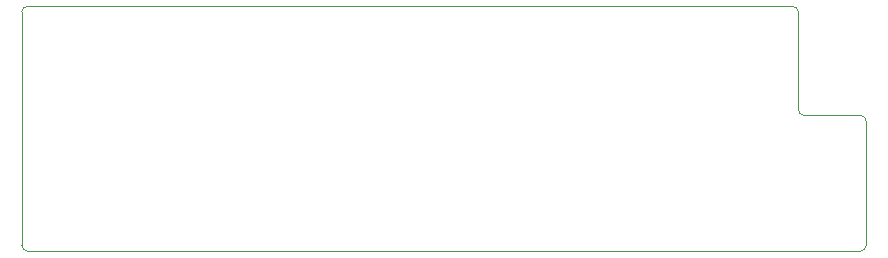
<source format=gm1>
%TF.GenerationSoftware,KiCad,Pcbnew,(6.0.8)*%
%TF.CreationDate,2022-10-14T10:01:30+03:00*%
%TF.ProjectId,ServoController,53657276-6f43-46f6-9e74-726f6c6c6572,rev?*%
%TF.SameCoordinates,PXe3ed9c0PYb6ddf70*%
%TF.FileFunction,Profile,NP*%
%FSLAX46Y46*%
G04 Gerber Fmt 4.6, Leading zero omitted, Abs format (unit mm)*
G04 Created by KiCad (PCBNEW (6.0.8)) date 2022-10-14 10:01:30*
%MOMM*%
%LPD*%
G01*
G04 APERTURE LIST*
%TA.AperFunction,Profile*%
%ADD10C,0.100000*%
%TD*%
G04 APERTURE END LIST*
D10*
X71000000Y-20750000D02*
X500000Y-20750000D01*
X65750000Y-8750000D02*
G75*
G03*
X66250000Y-9250000I500000J0D01*
G01*
X71000000Y-20750000D02*
G75*
G03*
X71500000Y-20250000I0J500000D01*
G01*
X65750000Y-500000D02*
X65750000Y-8750000D01*
X71500000Y-20250000D02*
X71500000Y-9750000D01*
X65750000Y-500000D02*
G75*
G03*
X65250000Y0I-500000J0D01*
G01*
X500000Y0D02*
G75*
G03*
X0Y-500000I0J-500000D01*
G01*
X71500000Y-9750000D02*
G75*
G03*
X71000000Y-9250000I-500000J0D01*
G01*
X71000000Y-9250000D02*
X66250000Y-9250000D01*
X0Y-20250000D02*
X0Y-500000D01*
X65250000Y0D02*
X500000Y0D01*
X0Y-20250000D02*
G75*
G03*
X500000Y-20750000I500000J0D01*
G01*
M02*

</source>
